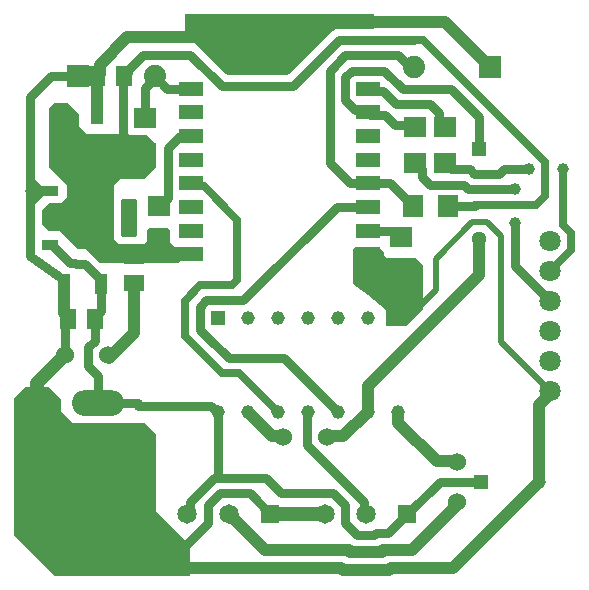
<source format=gbr>
%FSTAX23Y23*%
%MOIN*%
%SFA1B1*%

%IPPOS*%
%AMD14*
4,1,8,0.023000,0.018300,-0.023000,0.018300,-0.025800,0.015600,-0.025800,-0.015600,-0.023000,-0.018300,0.023000,-0.018300,0.025800,-0.015600,0.025800,0.015600,0.023000,0.018300,0.0*
1,1,0.005492,0.023000,0.015600*
1,1,0.005492,-0.023000,0.015600*
1,1,0.005492,-0.023000,-0.015600*
1,1,0.005492,0.023000,-0.015600*
%
%AMD15*
4,1,8,0.021900,0.063800,-0.021900,0.063800,-0.025800,0.059900,-0.025800,-0.059900,-0.021900,-0.063800,0.021900,-0.063800,0.025800,-0.059900,0.025800,0.059900,0.021900,0.063800,0.0*
1,1,0.007736,0.021900,0.059900*
1,1,0.007736,-0.021900,0.059900*
1,1,0.007736,-0.021900,-0.059900*
1,1,0.007736,0.021900,-0.059900*
%
%ADD10C,0.060000*%
%ADD11C,0.039370*%
%ADD12R,0.055118X0.066929*%
%ADD13R,0.039370X0.070866*%
G04~CAMADD=14~8~0.0~0.0~515.7~366.1~27.5~0.0~15~0.0~0.0~0.0~0.0~0~0.0~0.0~0.0~0.0~0~0.0~0.0~0.0~0.0~515.7~366.1*
%ADD14D14*%
G04~CAMADD=15~8~0.0~0.0~515.7~1275.6~38.7~0.0~15~0.0~0.0~0.0~0.0~0~0.0~0.0~0.0~0.0~0~0.0~0.0~0.0~0.0~515.7~1275.6*
%ADD15D15*%
%ADD16R,0.078740X0.047244*%
%ADD17R,0.072441X0.070866*%
%ADD18R,0.070866X0.072441*%
%ADD19R,0.066929X0.055118*%
%ADD20C,0.039370*%
%ADD21C,0.029527*%
%ADD22C,0.021654*%
%ADD23C,0.025591*%
%ADD24C,0.045275*%
%ADD25C,0.027559*%
%ADD26R,0.045275X0.045275*%
%ADD27C,0.045275*%
%ADD28C,0.074409*%
%ADD29R,0.074409X0.074409*%
%ADD30C,0.046063*%
%ADD31R,0.046063X0.046063*%
%ADD32R,0.051181X0.051181*%
%ADD33C,0.051181*%
%ADD34R,0.064960X0.064960*%
%ADD35C,0.064960*%
%ADD36O,0.086614X0.173228*%
%ADD37O,0.173228X0.086614*%
%ADD38C,0.070866*%
%LNpcb1_copper_signal_top-1*%
%LPD*%
G36*
X012Y01823D02*
X01082D01*
X01073Y01822*
X01064Y01818*
X01056Y01812*
X00917Y01673*
X00708*
X0057Y01811*
Y01874*
X012*
Y01823*
G37*
G36*
X00097Y01297D02*
Y01268D01*
X00067Y01238*
X00038Y01283*
X00067Y01327*
X00097Y01297*
G37*
G36*
X00216Y01539D02*
Y01519D01*
Y015*
X00242Y01474*
X00364*
X0037Y0148*
X00379*
Y0147*
X00442*
X00472Y0144*
Y01362*
X00433Y01322*
X00354*
X00334Y01303*
Y01123*
X00351Y01106*
X00433*
X00444Y01118*
Y01153*
X00452Y01161*
X00511*
X00519Y01153*
X00519Y01114*
X00537Y01096*
X00555*
Y01051*
X00547Y01043*
X00286*
X00239Y0109*
X00212*
X00153Y01149*
X00118*
X00094Y01173*
Y0122*
X00116Y01242*
X00155*
X00177Y01263*
Y01303*
X00137Y01342*
X00118Y01362*
Y01559*
X00137Y01578*
X00177*
X00216Y01539*
G37*
G36*
X01233Y01081D02*
Y01072D01*
Y01069*
X01244Y01059*
X01338*
X01362Y01035*
Y00889*
X01307Y00834*
X0124*
Y00885*
X01181Y00935*
X01129Y00972*
Y0109*
X01137Y01098*
X01216*
X01233Y01081*
G37*
G36*
X00157Y0059D02*
Y00551D01*
X00196Y00511*
X00433*
X00472Y00472*
Y00216*
X00553Y00135*
X00586Y00098*
Y0*
X00433*
X00137*
X0Y00137*
Y00594*
X00035Y00629*
X00118Y00629*
X00157Y0059*
G37*
G54D10*
X01475Y00381D03*
Y00248D03*
X00169Y00735D03*
X00314Y00736D03*
X00895Y00462D03*
X01043D03*
G54D11*
X01716Y01358D03*
X0183D03*
X01669Y01177D03*
Y01291D03*
G54D12*
X00367Y01665D03*
X00277D03*
X00179Y00858D03*
X00269D03*
G54D13*
X00278Y01539D03*
X00156D03*
X00167Y00972D03*
X00289D03*
G54D14*
X0012Y01283D03*
Y01192D03*
Y01102D03*
G54D15*
X00383Y01192D03*
G54D16*
X00589Y01624D03*
Y01545D03*
Y01466D03*
Y01388D03*
Y01309D03*
Y0123D03*
Y01151D03*
Y01073D03*
X01179D03*
Y01151D03*
Y0123D03*
Y01309D03*
Y01388D03*
Y01466D03*
Y01545D03*
Y01624D03*
G54D17*
X01291Y01129D03*
Y01011D03*
X01338Y01496D03*
Y01377D03*
X01437Y01496D03*
Y01377D03*
X00484Y01114D03*
Y01232D03*
X00437Y01409D03*
Y01527D03*
G54D18*
X0133Y01232D03*
X01448D03*
G54D19*
X00401Y00976D03*
Y01066D03*
G54D20*
X0128Y00511D02*
Y00545D01*
Y00511D02*
X0141Y00382D01*
X01474D02*
X01475Y00381D01*
X01279Y00547D02*
X0128Y00545D01*
X0141Y00382D02*
X01474D01*
X01475Y00235D02*
Y00248D01*
X01326Y00086D02*
X01475Y00235D01*
X01229Y00086D02*
X01326D01*
X01121Y00081D02*
X01225D01*
X01229Y00086*
X01179Y00547D02*
Y00633D01*
X0155Y01003*
Y01126*
X01551Y01127*
X01091Y00025D02*
X01096Y0002D01*
X0125D02*
X01255Y00025D01*
X01116Y00086D02*
X01121Y00081D01*
X01096Y0002D02*
X0125D01*
X00576Y00025D02*
X01091D01*
X01255D02*
X01462D01*
X00716Y00206D02*
X00836Y00086D01*
X01116*
X01462Y00025D02*
X01751Y00314D01*
Y00571*
X01787Y00607*
Y00615*
X00216Y01667D02*
X00277D01*
X00318Y00729D02*
X0032Y0073D01*
X00401Y00811*
X01098Y00466D02*
X01179Y00547D01*
X01043Y00462D02*
X01047Y00466D01*
X01098*
X00891D02*
X00895Y00462D01*
X00779Y00547D02*
X0086Y00466D01*
X00891*
X00318Y00728D02*
Y00729D01*
X00401Y00811D02*
Y00976D01*
X00612Y01795D02*
X00716Y0169D01*
X00907*
X01063Y01846*
X00378Y01795D02*
X00612D01*
X00277Y01665D02*
X00285Y01673D01*
Y01702*
X00378Y01795*
X0009Y00426D02*
X00169Y00347D01*
X0027*
X00279Y00338*
X00179Y00858D02*
Y00864D01*
X00167Y00876D02*
X00179Y00864D01*
X00167Y00876D02*
Y00972D01*
X01438Y01846D02*
X01588Y01696D01*
X01063Y01846D02*
X01438D01*
X00214Y01665D02*
X00216Y01667D01*
X00277Y01665D02*
Y01667D01*
X00278Y01539D02*
Y01555D01*
X00277Y01555D02*
X00278Y01555D01*
X00277Y01555D02*
Y01665D01*
G54D21*
X01419Y00314D02*
X01555D01*
X01311Y00206D02*
X01419Y00314D01*
X01104Y00178D02*
X01144Y00137D01*
X01201D02*
X01206Y00142D01*
X01144Y00137D02*
X01201D01*
X01206Y00142D02*
X01247D01*
X01311Y00206*
X01669Y01032D02*
X01785Y00915D01*
X01669Y01032D02*
Y01177D01*
X00053Y01068D02*
X00167Y00988D01*
Y00972D02*
Y00988D01*
X00647Y00178D02*
Y00235D01*
X00556Y00086D02*
X00647Y00178D01*
X01785Y00915D02*
X01787D01*
X01668Y0129D02*
X01669Y01291D01*
X01513Y0129D02*
X01668D01*
X01513Y0129D02*
X01513Y0129D01*
X01632Y01358D02*
X01716D01*
X01534Y01341D02*
X01616D01*
X0152Y01356D02*
X01534Y01341D01*
X01616D02*
X01632Y01358D01*
X01499Y01304D02*
X01513Y0129D01*
X01339Y01377D02*
X0136Y01357D01*
Y01331D02*
Y01357D01*
X01386Y01304D02*
X01499D01*
X0136Y01331D02*
X01386Y01304D01*
X01448Y01232D02*
X01536D01*
X01338Y01377D02*
X01339D01*
X00053Y01068D02*
Y01283D01*
Y01596*
X00122Y01665*
X00214*
X00578Y00206D02*
X00585Y00213D01*
Y00238*
X00587Y0024*
Y00247*
X00666Y00326*
X00839*
X00679D02*
Y00547D01*
X00413Y00566D02*
X00655D01*
X00647Y00235D02*
X00687Y00275D01*
X00785D02*
X00854Y00206D01*
X00687Y00275D02*
X00785D01*
X00279Y00578D02*
X00413D01*
X0062Y00897D02*
X00641Y00919D01*
X00764D02*
X01076Y0123D01*
X00715Y00726D02*
X009D01*
X0062Y00821D02*
X00641Y008D01*
Y00919D02*
X00764D01*
X00641Y008D02*
X00715Y00726D01*
X0062Y00821D02*
Y00897D01*
X00151Y01523D02*
Y01539D01*
X00364Y01661D02*
X0038Y01678D01*
X0128Y01735D02*
X01327Y01688D01*
X01332*
X01458Y01623D02*
X01551Y0153D01*
Y01422D02*
Y0153D01*
X0149Y01356D02*
X0152D01*
X01104Y00178D02*
Y00235D01*
X01166Y00213D02*
X01173Y00206D01*
X01166Y00213D02*
Y00245D01*
X00976Y00435D02*
X01166Y00245D01*
X00976Y00544D02*
X00979Y00547D01*
X00976Y00435D02*
Y00544D01*
X00675Y00547D02*
X00679D01*
X00655Y00566D02*
X00675Y00547D01*
X01076Y0123D02*
X01179D01*
X009Y00726D02*
X01079Y00547D01*
X00485Y01114D02*
X00526Y01073D01*
X00484Y01114D02*
X00485D01*
X00526Y01073D02*
X00589D01*
X00839Y00326D02*
X0089Y00275D01*
X01063*
X01104Y00235*
X01457Y01357D02*
X01489D01*
X01437Y01377D02*
X01457Y01357D01*
X01489D02*
X0149Y01356D01*
X01295Y01623D02*
X01458D01*
X00588Y01738D02*
X00693Y01634D01*
X00431Y01738D02*
X00588D01*
X00693Y01634D02*
X0093D01*
X0133Y01232D02*
Y01233D01*
X01254Y01309D02*
X0133Y01233D01*
X01179Y01309D02*
X01254D01*
X0133Y01503D02*
X01338Y01496D01*
X01269Y01503D02*
X0133D01*
X01237Y01536D02*
X01269Y01503D01*
X01188Y01536D02*
X01237D01*
X01179Y01545D02*
X01188Y01536D01*
X01415Y01516D02*
X01436Y01496D01*
X01188Y01615D02*
X0123D01*
X01274Y01572*
X01436Y01496D02*
X01437D01*
X01234Y01684D02*
X01295Y01623D01*
X01179Y01624D02*
X01188Y01615D01*
X01274Y01572D02*
X01385D01*
X01415Y01542*
Y01516D02*
Y01542D01*
X00053Y01283D02*
X0012D01*
X0038Y01678D02*
Y01687D01*
X00431Y01738*
X00364Y0147D02*
Y01661D01*
Y0147D02*
X00404Y0143D01*
X00416*
X00289Y00972D02*
Y00988D01*
X00462Y01092D02*
X00463Y01093D01*
X00236Y01041D02*
X00289Y00988D01*
X00206Y01041D02*
X00236D01*
X00186Y01044D02*
X00204D01*
X00206Y01041*
X00127Y01102D02*
X00186Y01044D01*
X0047Y01659D02*
Y01665D01*
X00437Y01527D02*
Y01625D01*
X0047Y01659*
X00269Y00784D02*
Y00858D01*
X00248Y00763D02*
X00269Y00784D01*
X00248Y00699D02*
Y00763D01*
Y00699D02*
X00279Y00668D01*
Y00578D02*
Y00668D01*
X0012Y01192D02*
X00127D01*
X00156Y01397D02*
Y0146D01*
X0012Y01102D02*
X00127D01*
X00169Y00735D02*
Y00823D01*
X00179Y00858*
X00484Y01232D02*
X00485D01*
X00513Y0126*
Y01426*
X00553Y01466*
X00589*
X0047Y01665D02*
X00511Y01624D01*
X00589*
X0093Y01634D02*
X01082Y01786D01*
X01334*
X00416Y0143D02*
X00437Y01409D01*
X00156Y01397D02*
X00182Y01372D01*
X00207Y01409D02*
X00437D01*
X00156Y0146D02*
X00207Y01409D01*
X00156Y0146D02*
Y01539D01*
X00269Y00858D02*
Y00864D01*
X00289Y00884*
Y00972*
X01104Y01735D02*
X0128D01*
X01052Y01684D02*
X01104Y01735D01*
X01052Y01377D02*
Y01684D01*
Y01377D02*
X01121Y01309D01*
X01179*
Y01151D02*
X01268D01*
X0129Y01129*
X01291*
X0117Y01554D02*
X01179Y01545D01*
X01135Y01554D02*
X0117D01*
X01103Y01585D02*
X01135Y01554D01*
X01103Y01585D02*
Y01663D01*
X01125Y01684*
X01234*
G54D22*
X01622Y00781D02*
Y01133D01*
Y00781D02*
X01787Y00615D01*
X01313Y0086D02*
X01405Y00952D01*
X0128Y0086D02*
X01313D01*
X01405Y00952D02*
Y01058D01*
X01279Y00859D02*
X0128Y0086D01*
X01527Y0118D02*
X01575D01*
X01622Y01133*
X01405Y01058D02*
X01527Y0118D01*
G54D23*
X01857Y01085D02*
Y01144D01*
X01787Y01015D02*
X01857Y01085D01*
X0183Y01171D02*
Y01358D01*
Y01171D02*
X01857Y01144D01*
X0174Y01237D02*
X0177Y01266D01*
X01536Y01237D02*
X01633D01*
X0174*
X0177Y01266D02*
Y0138D01*
X01364Y01786D02*
X0177Y0138D01*
X01334Y01786D02*
X01364D01*
G54D24*
X00077Y00542D02*
X00082Y00537D01*
X00077Y00644D02*
X00169Y00735D01*
X00082Y00464D02*
Y00537D01*
Y00464D02*
X0009Y00456D01*
X00077Y00542D02*
Y00644D01*
X00854Y00206D02*
X01035D01*
G54D25*
X00569Y00918D02*
X0062Y00969D01*
X00569Y008D02*
X00694Y00675D01*
X0075D02*
X00879Y00547D01*
X00694Y00675D02*
X0075D01*
X00569Y008D02*
Y00918D01*
X0062Y00969D02*
X00727D01*
X00744Y00985*
Y01188*
X00633Y01299D02*
X00744Y01188D01*
X00589Y01309D02*
X00598Y01299D01*
X00633*
G54D26*
X01555Y00314D03*
G54D27*
X01751Y00314D03*
G54D28*
X01332Y01696D03*
X0047Y01665D03*
G54D29*
X01588Y01696D03*
X00214Y01665D03*
G54D30*
X00679Y00547D03*
X00779D03*
X00879D03*
X00979D03*
X01079D03*
X01179D03*
X01279D03*
Y00859D03*
X01179D03*
X01079D03*
X00979D03*
X00879D03*
X00779D03*
G54D31*
X00679Y00859D03*
G54D32*
X01551Y01422D03*
G54D33*
X01551Y01122D03*
G54D34*
X01311Y00206D03*
X00854D03*
G54D35*
X01173Y00206D03*
X01035D03*
X00578D03*
X00716D03*
G54D36*
X0009Y00456D03*
G54D37*
X00279Y00338D03*
Y00578D03*
G54D38*
X01787Y01115D03*
Y01015D03*
Y00915D03*
Y00815D03*
Y00715D03*
Y00615D03*
M02*
</source>
